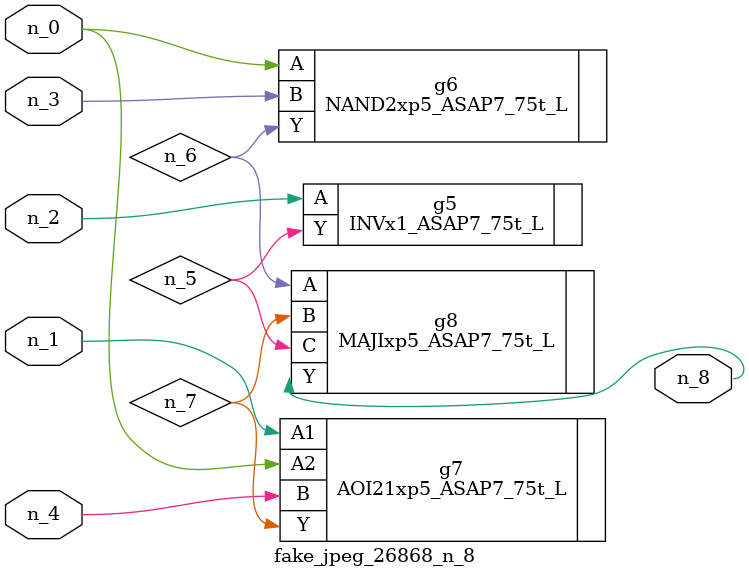
<source format=v>
module fake_jpeg_26868_n_8 (n_3, n_2, n_1, n_0, n_4, n_8);

input n_3;
input n_2;
input n_1;
input n_0;
input n_4;

output n_8;

wire n_6;
wire n_5;
wire n_7;

INVx1_ASAP7_75t_L g5 ( 
.A(n_2),
.Y(n_5)
);

NAND2xp5_ASAP7_75t_L g6 ( 
.A(n_0),
.B(n_3),
.Y(n_6)
);

AOI21xp5_ASAP7_75t_L g7 ( 
.A1(n_1),
.A2(n_0),
.B(n_4),
.Y(n_7)
);

MAJIxp5_ASAP7_75t_L g8 ( 
.A(n_6),
.B(n_7),
.C(n_5),
.Y(n_8)
);


endmodule
</source>
